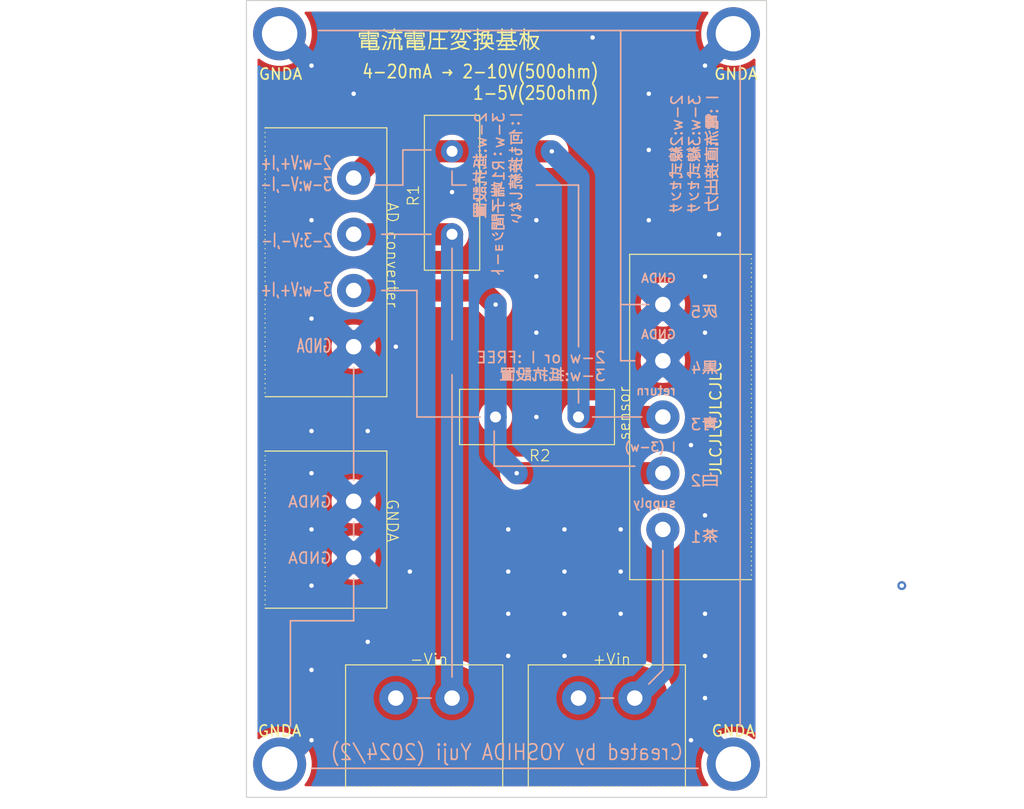
<source format=kicad_pcb>
(kicad_pcb (version 20221018) (generator pcbnew)
  (layers (0 "F.Cu" signal) (31 "B.Cu" signal) (34 "B.Paste" user) (35 "F.Paste" user) (36 "B.SilkS" user "B.Silkscreen") (37 "F.SilkS" user "F.Silkscreen") (38 "B.Mask" user) (39 "F.Mask" user) (44 "Edge.Cuts" user))
  (net 0 "")
  (net 1 "Net-(J1-Pin_1)")
  (net 2 "Net-(J1-Pin_2)")
  (net 3 "Net-(J1-Pin_3)")
  (net 4 "GNDA")
  (net 5 "Net-(J3-Pin_1)")
  (footprint "00_Alpha_Electronics:MB_Series" (layer "F.Cu") (at 80.01 87.63 180)
    (fp_text reference "R2" (at 3.5 -3.5 unlocked) (layer "F.SilkS") (effects (font (thickness 0.1))))
    (fp_text value "500")
    (fp_rect (start -3.25 -2.5) (end 10.75 2.5) (stroke (width 0.1)) (fill none) (layer "F.SilkS"))
    (pad "1" thru_hole circle (at 0 0 180) (size 2 2) (drill 1) (layers "*.Cu" "*.Mask") (net 3 "Net-(J1-Pin_3)"))
    (pad "2" thru_hole circle (at 7.5 0 180) (size 2 2) (drill 1) (layers "*.Cu" "*.Mask") (net 2 "Net-(J1-Pin_2)"))
  )
  (footprint "MountingHole:MountingHole_3.2mm_M3_Pad" (layer "F.Cu") (at 53 53)
    (fp_text reference "GNDA" (at 0.086 3.642) (layer "F.SilkS"))
    (fp_text value "MountingHole_3.2mm_M3_Pad")
    (pad "1" thru_hole circle (at 0 0) (size 4.8 4.8) (drill 3.2) (layers "*.Cu" "*.Mask") (net 4 "GNDA"))
  )
  (footprint "MountingHole:MountingHole_3.2mm_M3_Pad" (layer "F.Cu") (at 94 53)
    (fp_text reference "GNDA" (at 0.234 3.642) (layer "F.SilkS"))
    (fp_text value "MountingHole_3.2mm_M3_Pad")
    (pad "1" thru_hole circle (at 0 0) (size 4.8 4.8) (drill 3.2) (layers "*.Cu" "*.Mask") (net 4 "GNDA"))
  )
  (footprint "00_OMRON:XW4A-02C1-xx" (layer "F.Cu") (at 63.5 113.03)
    (fp_text reference "-Vin" (at 3 -3.5 unlocked) (layer "F.SilkS") (effects (font (thickness 0.1))))
    (fp_text value "-Vin")
    (fp_line (start -4.54 -3) (end -4.54 8) (stroke (width 0.1)) (layer "F.SilkS"))
    (fp_line (start -4.54 -3) (end 9.66 -3) (stroke (width 0.1)) (layer "F.SilkS"))
    (fp_line (start -4.54 8) (end 9.66 8) (stroke (width 0.1) (type dot)) (layer "F.SilkS"))
    (fp_line (start 9.66 -3) (end 9.66 8) (stroke (width 0.1)) (layer "F.SilkS"))
    (pad "1" thru_hole circle (at 0 0) (size 3 3) (drill 1.4) (layers "*.Cu" "*.Mask") (net 5 "Net-(J3-Pin_1)"))
    (pad "2" thru_hole circle (at 5.08 0) (size 3 3) (drill 1.4) (layers "*.Cu" "*.Mask") (net 5 "Net-(J3-Pin_1)"))
  )
  (footprint "00_OMRON:XW4A-04C1-xx" (layer "F.Cu") (at 59.69 66.04 -90)
    (fp_text reference "AD converter" (at 6.96 -3.5 -90 unlocked) (layer "F.SilkS") (effects (font (thickness 0.1))))
    (fp_text value "ADconverter")
    (fp_line (start -4.54 -3) (end -4.54 8) (stroke (width 0.1)) (layer "F.SilkS"))
    (fp_line (start -4.54 -3) (end 19.76 -3) (stroke (width 0.1)) (layer "F.SilkS"))
    (fp_line (start -4.54 8) (end 19.76 8) (stroke (width 0.1) (type dot)) (layer "F.SilkS"))
    (fp_line (start 19.76 -3) (end 19.76 8) (stroke (width 0.1)) (layer "F.SilkS"))
    (pad "1" thru_hole circle (at 0 0 270) (size 3 3) (drill 1.4) (layers "*.Cu" "*.Mask") (net 3 "Net-(J1-Pin_3)"))
    (pad "2" thru_hole circle (at 5.08 0 270) (size 3 3) (drill 1.4) (layers "*.Cu" "*.Mask") (net 5 "Net-(J3-Pin_1)"))
    (pad "3" thru_hole circle (at 10.16 0 270) (size 3 3) (drill 1.4) (layers "*.Cu" "*.Mask") (net 2 "Net-(J1-Pin_2)"))
    (pad "4" thru_hole circle (at 15.24 0 270) (size 3 3) (drill 1.4) (layers "*.Cu" "*.Mask") (net 4 "GNDA"))
  )
  (footprint "MountingHole:MountingHole_3.2mm_M3_Pad" (layer "F.Cu") (at 53 119)
    (fp_text reference "GNDA" (at 0 -3) (layer "F.SilkS"))
    (fp_text value "MountingHole_3.2mm_M3_Pad")
    (pad "1" thru_hole circle (at 0 0) (size 4.8 4.8) (drill 3.2) (layers "*.Cu" "*.Mask") (net 4 "GNDA"))
  )
  (footprint "00_Alpha_Electronics:MB_Series" (layer "F.Cu") (at 68.58 71.12 90)
    (fp_text reference "R1" (at 3.5 -3.5 90 unlocked) (layer "F.SilkS") (effects (font (thickness 0.1))))
    (fp_text value "500")
    (fp_rect (start -3.25 -2.5) (end 10.75 2.5) (stroke (width 0.1)) (fill none) (layer "F.SilkS"))
    (pad "1" thru_hole circle (at 0 0 90) (size 2 2) (drill 1) (layers "*.Cu" "*.Mask") (net 5 "Net-(J3-Pin_1)"))
    (pad "2" thru_hole circle (at 7.5 0 90) (size 2 2) (drill 1) (layers "*.Cu" "*.Mask") (net 3 "Net-(J1-Pin_3)"))
  )
  (footprint "00_OMRON:XW4A-02C1-xx" (layer "F.Cu") (at 80.01 113.03)
    (fp_text reference "+Vin" (at 3 -3.5 unlocked) (layer "F.SilkS") (effects (font (thickness 0.1))))
    (fp_text value "+Vin")
    (fp_line (start -4.54 -3) (end -4.54 8) (stroke (width 0.1)) (layer "F.SilkS"))
    (fp_line (start -4.54 -3) (end 9.66 -3) (stroke (width 0.1)) (layer "F.SilkS"))
    (fp_line (start -4.54 8) (end 9.66 8) (stroke (width 0.1) (type dot)) (layer "F.SilkS"))
    (fp_line (start 9.66 -3) (end 9.66 8) (stroke (width 0.1)) (layer "F.SilkS"))
    (pad "1" thru_hole circle (at 0 0) (size 3 3) (drill 1.4) (layers "*.Cu" "*.Mask") (net 1 "Net-(J1-Pin_1)"))
    (pad "2" thru_hole circle (at 5.08 0) (size 3 3) (drill 1.4) (layers "*.Cu" "*.Mask") (net 1 "Net-(J1-Pin_1)"))
  )
  (footprint "00_OMRON:XW4A-05C1-xx" (layer "F.Cu") (at 87.63 97.79 90)
    (fp_text reference "sensor" (at 10.5 -3.5 90 unlocked) (layer "F.SilkS") (effects (font (thickness 0.1))))
    (fp_text value "sensor(M12)")
    (fp_line (start -4.54 -3) (end -4.54 8) (stroke (width 0.1)) (layer "F.SilkS"))
    (fp_line (start -4.54 -3) (end 24.86 -3) (stroke (width 0.1)) (layer "F.SilkS"))
    (fp_line (start -4.54 8) (end 24.86 8) (stroke (width 0.1) (type dot)) (layer "F.SilkS"))
    (fp_line (start 24.86 -3) (end 24.86 8) (stroke (width 0.1)) (layer "F.SilkS"))
    (pad "1" thru_hole circle (at 0 0 90) (size 3 3) (drill 1.4) (layers "*.Cu" "*.Mask") (net 1 "Net-(J1-Pin_1)"))
    (pad "2" thru_hole circle (at 5.08 0 90) (size 3 3) (drill 1.4) (layers "*.Cu" "*.Mask") (net 2 "Net-(J1-Pin_2)"))
    (pad "3" thru_hole circle (at 10.16 0 90) (size 3 3) (drill 1.4) (layers "*.Cu" "*.Mask") (net 3 "Net-(J1-Pin_3)"))
    (pad "4" thru_hole circle (at 15.24 0 90) (size 3 3) (drill 1.4) (layers "*.Cu" "*.Mask") (net 4 "GNDA"))
    (pad "5" thru_hole circle (at 20.32 0 90) (size 3 3) (drill 1.4) (layers "*.Cu" "*.Mask") (net 4 "GNDA"))
  )
  (footprint "00_OMRON:XW4A-02C1-xx" (layer "F.Cu") (at 59.69 95.25 -90)
    (fp_text reference "GNDA" (at 1.75 -3.5 -90 unlocked) (layer "F.SilkS") (effects (font (thickness 0.1))))
    (fp_text value "GND")
    (fp_line (start -4.54 -3) (end -4.54 8) (stroke (width 0.1)) (layer "F.SilkS"))
    (fp_line (start -4.54 -3) (end 9.66 -3) (stroke (width 0.1)) (layer "F.SilkS"))
    (fp_line (start -4.54 8) (end 9.66 8) (stroke (width 0.1) (type dot)) (layer "F.SilkS"))
    (fp_line (start 9.66 -3) (end 9.66 8) (stroke (width 0.1)) (layer "F.SilkS"))
    (pad "1" thru_hole circle (at 0 0 270) (size 3 3) (drill 1.4) (layers "*.Cu" "*.Mask") (net 4 "GNDA"))
    (pad "2" thru_hole circle (at 5.08 0 270) (size 3 3) (drill 1.4) (layers "*.Cu" "*.Mask") (net 4 "GNDA"))
  )
  (footprint "MountingHole:MountingHole_3.2mm_M3_Pad" (layer "F.Cu") (at 94 119)
    (fp_text reference "GNDA" (at 0 -3) (layer "F.SilkS"))
    (fp_text value "MountingHole_3.2mm_M3_Pad")
    (pad "1" thru_hole circle (at 0 0) (size 4.8 4.8) (drill 3.2) (layers "*.Cu" "*.Mask") (net 4 "GNDA"))
  )
  (gr_line (start 66.675 63.5) (end 64.135 63.5) (stroke (width 0.15)) (layer "B.SilkS"))
  (gr_line (start 68.58 66.675) (end 68.58 65.405) (stroke (width 0.15)) (layer "B.SilkS"))
  (gr_line (start 69.85 66.675) (end 68.58 66.675) (stroke (width 0.15)) (layer "B.SilkS"))
  (gr_line (start 72.39 92.075) (end 85.09 92.075) (stroke (width 0.15)) (layer "B.SilkS"))
  (gr_line (start 53.975 106.045) (end 53.975 115.57) (stroke (width 0.15)) (layer "B.SilkS"))
  (gr_line (start 81.915 113.03) (end 83.185 113.03) (stroke (width 0.15)) (layer "B.SilkS"))
  (gr_line (start 87.63 99.695) (end 87.63 110.49) (stroke (width 0.15)) (layer "B.SilkS"))
  (gr_line (start 86.36 77.47) (end 83.82 77.47) (stroke (width 0.15)) (layer "B.SilkS"))
  (gr_line (start 62.23 71.12) (end 66.675 71.12) (stroke (width 0.15)) (layer "B.SilkS"))
  (gr_line (start 56.515 52.705) (end 90.805 52.705) (stroke (width 0.15)) (layer "B.SilkS"))
  (gr_line (start 94.615 55.88) (end 94.615 115.57) (stroke (width 0.15)) (layer "B.SilkS"))
  (gr_line (start 64.135 66.675) (end 61.595 66.675) (stroke (width 0.15)) (layer "B.SilkS"))
  (gr_line (start 65.405 76.2) (end 62.23 76.2) (stroke (width 0.15)) (layer "B.SilkS"))
  (gr_line (start 68.58 83.82) (end 68.58 111.125) (stroke (width 0.15)) (layer "B.SilkS"))
  (gr_line (start 59.69 97.155) (end 59.69 98.425) (stroke (width 0.15)) (layer "B.SilkS"))
  (gr_line (start 83.82 77.47) (end 83.82 82.55) (stroke (width 0.15)) (layer "B.SilkS"))
  (gr_line (start 72.39 88.9) (end 72.39 92.075) (stroke (width 0.15)) (layer "B.SilkS"))
  (gr_line (start 55.88 119.38) (end 90.805 119.38) (stroke (width 0.15)) (layer "B.SilkS"))
  (gr_line (start 68.58 72.39) (end 68.58 80.645) (stroke (width 0.15)) (layer "B.SilkS"))
  (gr_line (start 59.69 102.235) (end 59.69 106.045) (stroke (width 0.15)) (layer "B.SilkS"))
  (gr_line (start 80.01 66.675) (end 76.2 66.675) (stroke (width 0.15)) (layer "B.SilkS"))
  (gr_line (start 87.63 110.49) (end 86.36 111.76) (stroke (width 0.15)) (layer "B.SilkS"))
  (gr_line (start 83.82 77.47) (end 83.82 52.705) (stroke (width 0.15)) (layer "B.SilkS"))
  (gr_line (start 64.135 63.5) (end 64.135 66.675) (stroke (width 0.15)) (layer "B.SilkS"))
  (gr_line (start 65.405 113.03) (end 66.675 113.03) (stroke (width 0.15)) (layer "B.SilkS"))
  (gr_line (start 59.69 106.045) (end 53.975 106.045) (stroke (width 0.15)) (layer "B.SilkS"))
  (gr_line (start 65.405 87.63) (end 65.405 76.2) (stroke (width 0.15)) (layer "B.SilkS"))
  (gr_line (start 59.69 83.185) (end 59.69 93.345) (stroke (width 0.15)) (layer "B.SilkS"))
  (gr_line (start 80.01 86.36) (end 80.01 85.09) (stroke (width 0.15)) (layer "B.SilkS"))
  (gr_line (start 71.12 87.63) (end 65.405 87.63) (stroke (width 0.15)) (layer "B.SilkS"))
  (gr_line (start 81.28 87.63) (end 85.725 87.63) (stroke (width 0.15)) (layer "B.SilkS"))
  (gr_line (start 83.82 82.55) (end 85.09 82.55) (stroke (width 0.15)) (layer "B.SilkS"))
  (gr_line (start 80.01 81.28) (end 80.01 66.675) (stroke (width 0.15)) (layer "B.SilkS"))
  (gr_rect (start 50 50) (end 97 122) (stroke (width 0.1)) (fill none) (layer "Edge.Cuts"))
  (gr_text "return" (at 88.9 85.725) (layer "B.SilkS") (effects (font (size 0.8 0.8)) (justify left bottom mirror)))
  (gr_text "GNDA" (at 88.9 80.645) (layer "B.SilkS") (effects (font (size 0.8 0.8)) (justify left bottom mirror)))
  (gr_text "2-w:抵抗設置\n3-w：R1端子間ショート\nI：何も接続しない" (at 75 60 90) (layer "B.SilkS") (effects (font (size 1 1)) (justify left bottom mirror)))
  (gr_text "GNDA" (at 57.785 95.885) (layer "B.SilkS") (effects (font (size 1 1)) (justify left bottom mirror)))
  (gr_text "2-3:V-,I-" (at 57.785 72.39) (layer "B.SilkS") (effects (font (size 1.2 0.8)) (justify left bottom mirror)))
  (gr_text "白２" (at 92.71 93.98) (layer "B.SilkS") (effects (font (size 1 1)) (justify left bottom mirror)))
  (gr_text "3-w:V+,I+" (at 57.785 76.835) (layer "B.SilkS") (effects (font (size 1.2 0.8)) (justify left bottom mirror)))
  (gr_text "2-w or I :FREE\n3-w:抵抗設置" (at 82.55 84.455) (layer "B.SilkS") (effects (font (size 1 1)) (justify left bottom mirror)))
  (gr_text "GNDA" (at 57.785 81.915) (layer "B.SilkS") (effects (font (size 1.2 0.8)) (justify left bottom mirror)))
  (gr_text "青３" (at 92.71 88.9) (layer "B.SilkS") (effects (font (size 1 1)) (justify left bottom mirror)))
  (gr_text "supply" (at 88.9 95.885) (layer "B.SilkS") (effects (font (size 0.8 0.8)) (justify left bottom mirror)))
  (gr_text "黒４" (at 92.71 83.82) (layer "B.SilkS") (effects (font (size 1 1)) (justify left bottom mirror)))
  (gr_text "GNDA" (at 57.785 100.965) (layer "B.SilkS") (effects (font (size 1 1)) (justify left bottom mirror)))
  (gr_text "2-w:2線式センサ\n3-w:3線式センサ\nI :電流直接出力" (at 92.71 58.42 90) (layer "B.SilkS") (effects (font (size 1 1)) (justify left bottom mirror)))
  (gr_text "茶１" (at 92.71 99.06) (layer "B.SilkS") (effects (font (size 1 1)) (justify left bottom mirror)))
  (gr_text "GNDA" (at 88.9 75.565) (layer "B.SilkS") (effects (font (size 0.8 0.8)) (justify left bottom mirror)))
  (gr_text "2-w:V+,I+\n3-w:V-,I-" (at 57.785 67.31) (layer "B.SilkS") (effects (font (size 1.2 0.8)) (justify left bottom mirror)))
  (gr_text "Created by YOSHIDA Yuji (2024/2)" (at 89.535 118.745) (layer "B.SilkS") (effects (font (size 1.4 1.2)) (justify left bottom mirror)))
  (gr_text "I (3-w)" (at 88.9 90.805) (layer "B.SilkS") (effects (font (size 0.8 0.8)) (justify left bottom mirror)))
  (gr_text "灰５" (at 92.71 78.74) (layer "B.SilkS") (effects (font (size 1 1)) (justify left bottom mirror)))
  (gr_text "JLCJLCJLCJLC" (at 93 93 90) (layer "F.SilkS") (effects (font (size 1 1)) (justify left bottom)))
  (gr_text "電流電圧変換基板" (at 60 54.61) (layer "F.SilkS") (effects (font (size 1.6 1.4)) (justify left bottom)))
  (gr_text "4-20mA → 2-10V(500ohm)\n1-5V(250ohm)" (at 81.915 59.055) (layer "F.SilkS") (effects (font (size 1.2 1)) (justify right bottom)))
  (via (at 109.22 102.87) (size 0.8) (drill 0.4) (layers "F.Cu" "B.Cu") (net 0))
  (segment (start 80.01 113.03) (end 85.09 113.03) (width 6) (layer "F.Cu") (net 1))
  (segment (start 87.63 110.49) (end 85.09 113.03) (width 2) (layer "B.Cu") (net 1))
  (segment (start 87.63 97.79) (end 87.63 110.49) (width 2) (layer "B.Cu") (net 1))
  (segment (start 74.422 92.71) (end 87.63 92.71) (width 2) (layer "F.Cu") (net 2))
  (segment (start 71.247 76.2) (end 72.517 77.47) (width 2) (layer "F.Cu") (net 2))
  (segment (start 59.69 76.2) (end 71.247 76.2) (width 2) (layer "F.Cu") (net 2))
  (via (at 72.517 77.47) (size 0.8) (drill 0.4) (layers "F.Cu" "B.Cu") (net 2))
  (via (at 74.422 92.71) (size 0.8) (drill 0.4) (layers "F.Cu" "B.Cu") (net 2))
  (segment (start 72.51 87.63) (end 72.51 90.798) (width 2) (layer "B.Cu") (net 2))
  (segment (start 72.51 90.798) (end 74.422 92.71) (width 2) (layer "B.Cu") (net 2))
  (segment (start 72.517 87.623) (end 72.51 87.63) (width 2) (layer "B.Cu") (net 2))
  (segment (start 72.517 77.47) (end 72.517 87.623) (width 2) (layer "B.Cu") (net 2))
  (segment (start 68.58 63.62) (end 62.11 63.62) (width 2) (layer "F.Cu") (net 3))
  (segment (start 68.587 63.627) (end 68.58 63.62) (width 2) (layer "F.Cu") (net 3))
  (segment (start 62.11 63.62) (end 59.69 66.04) (width 2) (layer "F.Cu") (net 3))
  (segment (start 77.597 63.627) (end 68.587 63.627) (width 2) (layer "F.Cu") (net 3))
  (segment (start 80.01 87.63) (end 87.63 87.63) (width 2) (layer "F.Cu") (net 3))
  (via (at 77.597 63.627) (size 0.8) (drill 0.4) (layers "F.Cu" "B.Cu") (net 3))
  (segment (start 80.01 66.04) (end 77.597 63.627) (width 2) (layer "B.Cu") (net 3))
  (segment (start 80.01 87.63) (end 80.01 66.04) (width 2) (layer "B.Cu") (net 3))
  (via (at 55.88 97.79) (size 0.8) (drill 0.4) (layers "F.Cu" "B.Cu") (net 4))
  (via (at 86.36 69.85) (size 0.8) (drill 0.4) (layers "F.Cu" "B.Cu") (net 4))
  (via (at 63.5 81.28) (size 0.8) (drill 0.4) (layers "F.Cu" "B.Cu") (net 4))
  (via (at 73.66 109.22) (size 0.8) (drill 0.4) (layers "F.Cu" "B.Cu") (net 4))
  (via (at 76.2 80.01) (size 0.8) (drill 0.4) (layers "F.Cu" "B.Cu") (net 4))
  (via (at 91.44 74.93) (size 0.8) (drill 0.4) (layers "F.Cu" "B.Cu") (net 4))
  (via (at 86.36 63.5) (size 0.8) (drill 0.4) (layers "F.Cu" "B.Cu") (net 4))
  (via (at 83.82 97.79) (size 0.8) (drill 0.4) (layers "F.Cu" "B.Cu") (net 4))
  (via (at 92.71 71.12) (size 0.8) (drill 0.4) (layers "F.Cu" "B.Cu") (net 4))
  (via (at 78.74 109.22) (size 0.8) (drill 0.4) (layers "F.Cu" "B.Cu") (net 4))
  (via (at 86.36 58.42) (size 0.8) (drill 0.4) (layers "F.Cu" "B.Cu") (net 4))
  (via (at 90.17 90.17) (size 0.8) (drill 0.4) (layers "F.Cu" "B.Cu") (net 4))
  (via (at 60.96 107.95) (size 0.8) (drill 0.4) (layers "F.Cu" "B.Cu") (net 4))
  (via (at 83.82 105.41) (size 0.8) (drill 0.4) (layers "F.Cu" "B.Cu") (net 4))
  (via (at 91.44 109.22) (size 0.8) (drill 0.4) (layers "F.Cu" "B.Cu") (net 4))
  (via (at 55.88 88.9) (size 0.8) (drill 0.4) (layers "F.Cu" "B.Cu") (net 4))
  (via (at 55.88 102.87) (size 0.8) (drill 0.4) (layers "F.Cu" "B.Cu") (net 4))
  (via (at 73.66 97.79) (size 0.8) (drill 0.4) (layers "F.Cu" "B.Cu") (net 4))
  (via (at 91.44 80.01) (size 0.8) (drill 0.4) (layers "F.Cu" "B.Cu") (net 4))
  (via (at 60.96 88.9) (size 0.8) (drill 0.4) (layers "F.Cu" "B.Cu") (net 4))
  (via (at 91.44 55.88) (size 0.8) (drill 0.4) (layers "F.Cu" "B.Cu") (net 4))
  (via (at 73.66 105.41) (size 0.8) (drill 0.4) (layers "F.Cu" "B.Cu") (net 4))
  (via (at 59.69 58.42) (size 0.8) (drill 0.4) (layers "F.Cu" "B.Cu") (net 4))
  (via (at 55.88 92.71) (size 0.8) (drill 0.4) (layers "F.Cu" "B.Cu") (net 4))
  (via (at 76.2 74.93) (size 0.8) (drill 0.4) (layers "F.Cu" "B.Cu") (net 4))
  (via (at 91.44 105.41) (size 0.8) (drill 0.4) (layers "F.Cu" "B.Cu") (net 4))
  (via (at 55.88 78.74) (size 0.8) (drill 0.4) (layers "F.Cu" "B.Cu") (net 4))
  (via (at 91.44 96.52) (size 0.8) (drill 0.4) (layers "F.Cu" "B.Cu") (net 4))
  (via (at 76.2 87.63) (size 0.8) (drill 0.4) (layers "F.Cu" "B.Cu") (net 4))
  (via (at 91.44 113.03) (size 0.8) (drill 0.4) (layers "F.Cu" "B.Cu") (net 4))
  (via (at 55.88 55.88) (size 0.8) (drill 0.4) (layers "F.Cu" "B.Cu") (net 4))
  (via (at 81.28 53.34) (size 0.8) (drill 0.4) (layers "F.Cu" "B.Cu") (net 4))
  (via (at 73.66 101.6) (size 0.8) (drill 0.4) (layers "F.Cu" "B.Cu") (net 4))
  (via (at 55.88 116.84) (size 0.8) (drill 0.4) (layers "F.Cu" "B.Cu") (net 4))
  (via (at 78.74 101.6) (size 0.8) (drill 0.4) (layers "F.Cu" "B.Cu") (net 4))
  (via (at 83.82 101.6) (size 0.8) (drill 0.4) (layers "F.Cu" "B.Cu") (net 4))
  (via (at 68.58 67.31) (size 0.8) (drill 0.4) (layers "F.Cu" "B.Cu") (net 4))
  (via (at 90.17 116.84) (size 0.8) (drill 0.4) (layers "F.Cu" "B.Cu") (net 4))
  (via (at 55.88 69.85) (size 0.8) (drill 0.4) (layers "F.Cu" "B.Cu") (net 4))
  (via (at 78.74 97.79) (size 0.8) (drill 0.4) (layers "F.Cu" "B.Cu") (net 4))
  (via (at 78.74 105.41) (size 0.8) (drill 0.4) (layers "F.Cu" "B.Cu") (net 4))
  (via (at 64.77 101.6) (size 0.8) (drill 0.4) (layers "F.Cu" "B.Cu") (net 4))
  (via (at 55.88 110.49) (size 0.8) (drill 0.4) (layers "F.Cu" "B.Cu") (net 4))
  (via (at 76.2 69.85) (size 0.8) (drill 0.4) (layers "F.Cu" "B.Cu") (net 4))
  (segment (start 68.58 71.12) (end 59.69 71.12) (width 2) (layer "F.Cu") (net 5))
  (segment (start 63.5 113.03) (end 68.58 113.03) (width 6) (layer "F.Cu") (net 5))
  (segment (start 68.58 71.12) (end 68.58 113.03) (width 2) (layer "B.Cu") (net 5))
  (zone (net 4) (net_name "GNDA") (layer "F.Cu") (priority 1) (connect_pads (clearance 0.5)) (min_thickness 0.25) (fill yes (thermal_gap 0.5) (thermal_bridge_width 2))
    (polygon (pts (xy 51 51) (xy 51 121) (xy 96 121) (xy 96 51)))
  )
  (zone (net 4) (net_name "GNDA") (layer "B.Cu") (connect_pads (clearance 0.5)) (min_thickness 0.25) (fill yes (thermal_gap 1) (thermal_bridge_width 2))
    (polygon (pts (xy 51 51) (xy 51 121) (xy 96 121) (xy 96 51)))
  )
)
</source>
